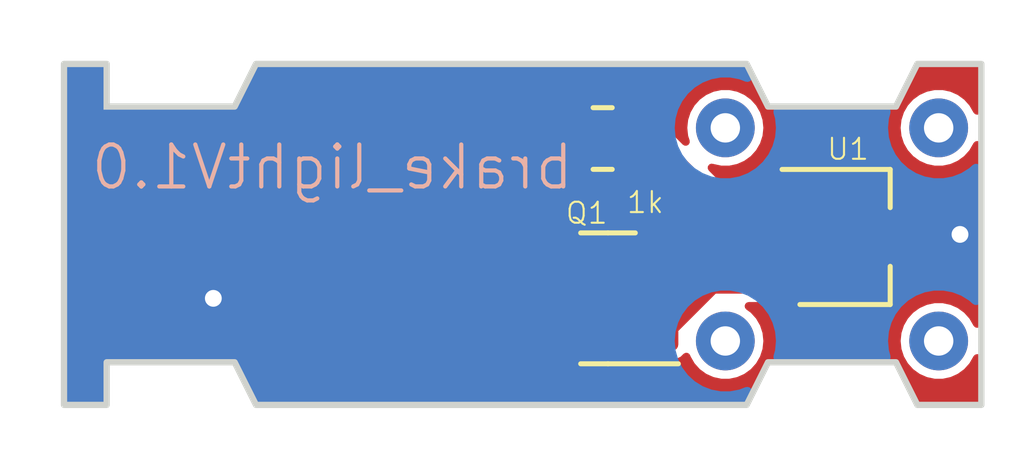
<source format=kicad_pcb>
(kicad_pcb (version 20221018) (generator pcbnew)
  (layers (0 "F.Cu" signal) (31 "B.Cu" signal) (34 "B.Paste" user) (35 "F.Paste" user) (36 "B.SilkS" user "B.Silkscreen") (37 "F.SilkS" user "F.Silkscreen") (38 "B.Mask" user) (39 "F.Mask" user) (44 "Edge.Cuts" user))
  (net 0 "")
  (net 1 "LOAD")
  (net 2 "GND")
  (net 3 "Net-(Q1-G)")
  (net 4 "+12V")
  (footprint "" (layer "F.Cu") (at 36.576 27.432)
    (fp_text reference "" (at 0 0) (layer "F.SilkS") (effects (font (size 1.27 1.27))))
    (fp_text value "" (at 0 0) (layer "F.SilkS") (effects (font (size 1.27 1.27))))
    (pad "1" thru_hole circle (at 0 0) (size 1.4 1.4) (drill 0.7) (layers "*.Cu" "*.Mask"))
  )
  (footprint "Resistor_SMD:R_0805_2012Metric" (layer "F.Cu") (at 33.655 27.686)
    (fp_text reference "R1" hide)
    (fp_text value "1k" (at 1.016 1.524) (layer "F.SilkS") (effects (font (size 0.5 0.5) (thickness 0.05))))
    (fp_line (start -0.227064 -0.735) (end 0.227064 -0.735) (stroke (width 0.12)) (layer "F.SilkS"))
    (fp_line (start -0.227064 0.735) (end 0.227064 0.735) (stroke (width 0.12)) (layer "F.SilkS"))
    (pad "1" smd roundrect (at -0.9125 0) (size 1.025 1.4) (layers "F.Cu" "F.Paste" "F.Mask") (roundrect_rratio 0.243902) (net 4 "+12V"))
    (pad "2" smd roundrect (at 0.9125 0) (size 1.025 1.4) (layers "F.Cu" "F.Paste" "F.Mask") (roundrect_rratio 0.243902) (net 3 "Net-(Q1-G)"))
  )
  (footprint "connector:3_smd_tab" (layer "F.Cu") (at 28.448 27.432)
    (fp_text reference "J1" hide)
    (fp_text value "Conn_01x03" hide)
    (pad "1" smd rect (at 0 0) (size 6 1.7) (layers "F.Cu" "F.Paste" "F.Mask") (net 4 "+12V"))
    (pad "2" smd rect (at 0 2.54) (size 6 1.7) (layers "F.Cu" "F.Paste" "F.Mask") (net 1 "LOAD"))
    (pad "3" smd rect (at 0 5.08) (size 6 1.7) (layers "F.Cu" "F.Paste" "F.Mask") (net 2 "GND"))
  )
  (footprint "Package_TO_SOT_SMD:SOT-23W" (layer "F.Cu") (at 39.427 30.033)
    (fp_text reference "U1" (at 0.07 -2.093) (layer "F.SilkS") (effects (font (size 0.5 0.5) (thickness 0.05))))
    (fp_text value "TMAG5115" hide)
    (fp_line (start -1.5 -1.61) (end 1.075 -1.61) (stroke (width 0.12)) (layer "F.SilkS"))
    (fp_line (start -1.075 1.61) (end 1.075 1.61) (stroke (width 0.12)) (layer "F.SilkS"))
    (fp_line (start 1.075 -1.61) (end 1.075 -0.7) (stroke (width 0.12)) (layer "F.SilkS"))
    (fp_line (start 1.075 0.7) (end 1.075 1.61) (stroke (width 0.12)) (layer "F.SilkS"))
    (pad "1" smd rect (at -1.2 -0.95) (size 1 0.7) (layers "F.Cu" "F.Paste" "F.Mask") (net 4 "+12V"))
    (pad "2" smd rect (at -1.2 0.95) (size 1 0.7) (layers "F.Cu" "F.Paste" "F.Mask") (net 3 "Net-(Q1-G)"))
    (pad "3" smd rect (at 1.2 0) (size 1 0.7) (layers "F.Cu" "F.Paste" "F.Mask") (net 2 "GND"))
  )
  (footprint "" (layer "F.Cu") (at 36.576 32.512)
    (fp_text reference "" (at 0 0) (layer "F.SilkS") (effects (font (size 1.27 1.27))))
    (fp_text value "" (at 0 0) (layer "F.SilkS") (effects (font (size 1.27 1.27))))
    (pad "1" thru_hole circle (at 0 0) (size 1.4 1.4) (drill 0.7) (layers "*.Cu" "*.Mask"))
  )
  (footprint "" (layer "F.Cu") (at 41.656 32.512)
    (fp_text reference "" (at 0 0) (layer "F.SilkS") (effects (font (size 1.27 1.27))))
    (fp_text value "" (at 0 0) (layer "F.SilkS") (effects (font (size 1.27 1.27))))
    (pad "1" thru_hole circle (at 0 0) (size 1.4 1.4) (drill 0.7) (layers "*.Cu" "*.Mask"))
  )
  (footprint "connector:single_pin" (layer "F.Cu") (at 41.656 27.432)
    (fp_text reference "REF**" hide)
    (fp_text value "single_pin" hide)
    (pad "1" thru_hole circle (at 0 0) (size 1.4 1.4) (drill 0.7) (layers "*.Cu" "*.Mask"))
  )
  (footprint "Package_TO_SOT_SMD:SOT-23" (layer "F.Cu") (at 33.782 31.496 180)
    (fp_text reference "Q1" (at 0.508 2.032) (layer "F.SilkS") (effects (font (size 0.5 0.5) (thickness 0.05))))
    (fp_text value "AO3401A" hide)
    (fp_line (start 0 -1.56) (end -1.675 -1.56) (stroke (width 0.12)) (layer "F.SilkS"))
    (fp_line (start 0 -1.56) (end 0.65 -1.56) (stroke (width 0.12)) (layer "F.SilkS"))
    (fp_line (start 0 1.56) (end -0.65 1.56) (stroke (width 0.12)) (layer "F.SilkS"))
    (fp_line (start 0 1.56) (end 0.65 1.56) (stroke (width 0.12)) (layer "F.SilkS"))
    (pad "1" smd roundrect (at -0.9375 -0.95 180) (size 1.475 0.6) (layers "F.Cu" "F.Paste" "F.Mask") (net 3 "Net-(Q1-G)"))
    (pad "2" smd roundrect (at -0.9375 0.95 180) (size 1.475 0.6) (layers "F.Cu" "F.Paste" "F.Mask") (net 4 "+12V"))
    (pad "3" smd roundrect (at 0.9375 0 180) (size 1.475 0.6) (layers "F.Cu" "F.Paste" "F.Mask") (net 1 "LOAD"))
  )
  (gr_poly (pts (xy 21.844 26.924) (xy 21.844 25.908) (xy 20.828 25.908) (xy 20.828 34.036) (xy 21.844 34.036) (xy 21.844 33.02) (xy 24.892 33.02) (xy 25.4 34.036) (xy 37.084 34.036) (xy 37.592 33.02) (xy 40.64 33.02) (xy 41.148 34.036) (xy 42.672 34.036) (xy 42.672 25.908) (xy 41.148 25.908) (xy 40.64 26.924) (xy 37.592 26.924) (xy 37.084 25.908) (xy 25.4 25.908) (xy 24.892 26.924)) (stroke (width 0.15)) (fill none) (layer "Edge.Cuts"))
  (gr_text "brake_lightV1.0" (at 33.02 28.956) (layer "B.SilkS") (effects (font (size 1 1) (thickness 0.1)) (justify left bottom mirror)))
  (segment (start 31.3205 29.972) (end 28.448 29.972) (width 0.8) (layer "F.Cu") (net 1))
  (segment (start 32.8445 31.496) (end 31.3205 29.972) (width 0.8) (layer "F.Cu") (net 1))
  (segment (start 25.4 32.512) (end 24.384 31.496) (width 0.8) (layer "F.Cu") (net 2))
  (segment (start 40.627 30.033) (end 42.103 30.033) (width 0.8) (layer "F.Cu") (net 2))
  (segment (start 42.103 30.033) (end 42.164 29.972) (width 0.8) (layer "F.Cu") (net 2))
  (segment (start 28.448 32.512) (end 25.4 32.512) (width 0.8) (layer "F.Cu") (net 2))
  (via (at 42.164 29.972) (size 0.8) (drill 0.4) (layers "F.Cu" "B.Cu") (net 2))
  (via (at 24.384 31.496) (size 0.8) (drill 0.4) (layers "F.Cu" "B.Cu") (net 2))
  (segment (start 38.227 30.983) (end 36.1825 30.983) (width 0.8) (layer "F.Cu") (net 3))
  (segment (start 36.1825 29.301) (end 34.5675 27.686) (width 0.8) (layer "F.Cu") (net 3))
  (segment (start 36.1825 30.983) (end 34.7195 32.446) (width 0.8) (layer "F.Cu") (net 3))
  (segment (start 36.1825 30.983) (end 36.1825 29.301) (width 0.8) (layer "F.Cu") (net 3))
  (segment (start 28.702 27.686) (end 28.448 27.432) (width 0.8) (layer "F.Cu") (net 4))
  (zone (net 4) (net_name "+12V") (layer "F.Cu") (connect_pads yes (clearance 0.2)) (min_thickness 0.2) (fill yes (thermal_gap 0.5) (thermal_bridge_width 0.5))
    (polygon (pts (xy 19.812 24.892) (xy 43.688 24.892) (xy 43.688 35.56) (xy 19.812 35.56)))
  )
  (zone (net 2) (net_name "GND") (layer "B.Cu") (connect_pads yes (clearance 0.5)) (min_thickness 0.25) (fill yes (thermal_gap 0.5) (thermal_bridge_width 0.5))
    (polygon (pts (xy 19.304 24.384) (xy 43.18 24.384) (xy 43.18 35.052) (xy 19.304 35.052)))
  )
)
</source>
